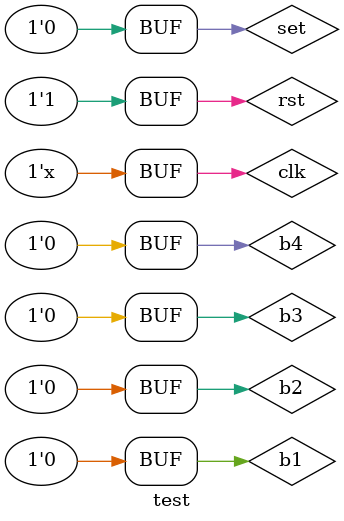
<source format=v>
`timescale 1ns / 1ps

module test();
wire [7:0]display;
wire [1:0]ssd_ctl;
reg b1;
reg b2;
reg b3;
reg b4;
reg clk;
reg rst;
reg set;

lab5_3 U0(display,ssd_ctl,clk,set,rst,
          b1,b2,b3,b4);

initial 
begin 
    rst=0;
    clk=1;
    set=1;
    b1=0;
    b2=0;
    b3=0;
    b4=0;
    #10rst=1;
    #10rst=0;
    #10rst=1;
    #20 b3=1;
    #100 b3=0;
    #100 b3=1;
    #100 b3=0;
    #100 b3=1;
    #100 b3=0;
    set=0;
    #100 b1=1;
    #100 b1=0;
end

always
begin
 #10 clk = ~clk;
end

endmodule
</source>
